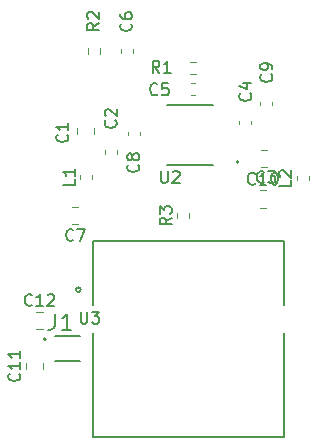
<source format=gto>
%TF.GenerationSoftware,KiCad,Pcbnew,(6.0.4-0)*%
%TF.CreationDate,2022-07-19T19:10:53-04:00*%
%TF.ProjectId,PhotodiodeTIAVoltageReg,50686f74-6f64-4696-9f64-65544941566f,v01*%
%TF.SameCoordinates,Original*%
%TF.FileFunction,Legend,Top*%
%TF.FilePolarity,Positive*%
%FSLAX46Y46*%
G04 Gerber Fmt 4.6, Leading zero omitted, Abs format (unit mm)*
G04 Created by KiCad (PCBNEW (6.0.4-0)) date 2022-07-19 19:10:53*
%MOMM*%
%LPD*%
G01*
G04 APERTURE LIST*
%ADD10C,0.150000*%
%ADD11C,0.127000*%
%ADD12C,0.152400*%
%ADD13C,0.200000*%
%ADD14C,0.120000*%
G04 APERTURE END LIST*
D10*
%TO.C,J1*%
X103673168Y-88683061D02*
X103673168Y-89683416D01*
X103606477Y-89883486D01*
X103473097Y-90016867D01*
X103273026Y-90083557D01*
X103139645Y-90083557D01*
X105073664Y-90083557D02*
X104273380Y-90083557D01*
X104673522Y-90083557D02*
X104673522Y-88683061D01*
X104540141Y-88883132D01*
X104406761Y-89016513D01*
X104273380Y-89083203D01*
%TO.C,U2*%
X112668095Y-76622380D02*
X112668095Y-77431904D01*
X112715714Y-77527142D01*
X112763333Y-77574761D01*
X112858571Y-77622380D01*
X113049047Y-77622380D01*
X113144285Y-77574761D01*
X113191904Y-77527142D01*
X113239523Y-77431904D01*
X113239523Y-76622380D01*
X113668095Y-76717619D02*
X113715714Y-76670000D01*
X113810952Y-76622380D01*
X114049047Y-76622380D01*
X114144285Y-76670000D01*
X114191904Y-76717619D01*
X114239523Y-76812857D01*
X114239523Y-76908095D01*
X114191904Y-77050952D01*
X113620476Y-77622380D01*
X114239523Y-77622380D01*
%TO.C,C1*%
X104720142Y-73537666D02*
X104767761Y-73585285D01*
X104815380Y-73728142D01*
X104815380Y-73823380D01*
X104767761Y-73966238D01*
X104672523Y-74061476D01*
X104577285Y-74109095D01*
X104386809Y-74156714D01*
X104243952Y-74156714D01*
X104053476Y-74109095D01*
X103958238Y-74061476D01*
X103863000Y-73966238D01*
X103815380Y-73823380D01*
X103815380Y-73728142D01*
X103863000Y-73585285D01*
X103910619Y-73537666D01*
X104815380Y-72585285D02*
X104815380Y-73156714D01*
X104815380Y-72871000D02*
X103815380Y-72871000D01*
X103958238Y-72966238D01*
X104053476Y-73061476D01*
X104101095Y-73156714D01*
%TO.C,C2*%
X108809142Y-72327666D02*
X108856761Y-72375285D01*
X108904380Y-72518142D01*
X108904380Y-72613380D01*
X108856761Y-72756238D01*
X108761523Y-72851476D01*
X108666285Y-72899095D01*
X108475809Y-72946714D01*
X108332952Y-72946714D01*
X108142476Y-72899095D01*
X108047238Y-72851476D01*
X107952000Y-72756238D01*
X107904380Y-72613380D01*
X107904380Y-72518142D01*
X107952000Y-72375285D01*
X107999619Y-72327666D01*
X107999619Y-71946714D02*
X107952000Y-71899095D01*
X107904380Y-71803857D01*
X107904380Y-71565761D01*
X107952000Y-71470523D01*
X107999619Y-71422904D01*
X108094857Y-71375285D01*
X108190095Y-71375285D01*
X108332952Y-71422904D01*
X108904380Y-71994333D01*
X108904380Y-71375285D01*
%TO.C,R1*%
X112524333Y-68288380D02*
X112191000Y-67812190D01*
X111952904Y-68288380D02*
X111952904Y-67288380D01*
X112333857Y-67288380D01*
X112429095Y-67336000D01*
X112476714Y-67383619D01*
X112524333Y-67478857D01*
X112524333Y-67621714D01*
X112476714Y-67716952D01*
X112429095Y-67764571D01*
X112333857Y-67812190D01*
X111952904Y-67812190D01*
X113476714Y-68288380D02*
X112905285Y-68288380D01*
X113191000Y-68288380D02*
X113191000Y-67288380D01*
X113095761Y-67431238D01*
X113000523Y-67526476D01*
X112905285Y-67574095D01*
%TO.C,R2*%
X107402380Y-64086666D02*
X106926190Y-64420000D01*
X107402380Y-64658095D02*
X106402380Y-64658095D01*
X106402380Y-64277142D01*
X106450000Y-64181904D01*
X106497619Y-64134285D01*
X106592857Y-64086666D01*
X106735714Y-64086666D01*
X106830952Y-64134285D01*
X106878571Y-64181904D01*
X106926190Y-64277142D01*
X106926190Y-64658095D01*
X106497619Y-63705714D02*
X106450000Y-63658095D01*
X106402380Y-63562857D01*
X106402380Y-63324761D01*
X106450000Y-63229523D01*
X106497619Y-63181904D01*
X106592857Y-63134285D01*
X106688095Y-63134285D01*
X106830952Y-63181904D01*
X107402380Y-63753333D01*
X107402380Y-63134285D01*
%TO.C,C4*%
X120217142Y-70046666D02*
X120264761Y-70094285D01*
X120312380Y-70237142D01*
X120312380Y-70332380D01*
X120264761Y-70475238D01*
X120169523Y-70570476D01*
X120074285Y-70618095D01*
X119883809Y-70665714D01*
X119740952Y-70665714D01*
X119550476Y-70618095D01*
X119455238Y-70570476D01*
X119360000Y-70475238D01*
X119312380Y-70332380D01*
X119312380Y-70237142D01*
X119360000Y-70094285D01*
X119407619Y-70046666D01*
X119645714Y-69189523D02*
X120312380Y-69189523D01*
X119264761Y-69427619D02*
X119979047Y-69665714D01*
X119979047Y-69046666D01*
%TO.C,C5*%
X112364333Y-70094142D02*
X112316714Y-70141761D01*
X112173857Y-70189380D01*
X112078619Y-70189380D01*
X111935761Y-70141761D01*
X111840523Y-70046523D01*
X111792904Y-69951285D01*
X111745285Y-69760809D01*
X111745285Y-69617952D01*
X111792904Y-69427476D01*
X111840523Y-69332238D01*
X111935761Y-69237000D01*
X112078619Y-69189380D01*
X112173857Y-69189380D01*
X112316714Y-69237000D01*
X112364333Y-69284619D01*
X113269095Y-69189380D02*
X112792904Y-69189380D01*
X112745285Y-69665571D01*
X112792904Y-69617952D01*
X112888142Y-69570333D01*
X113126238Y-69570333D01*
X113221476Y-69617952D01*
X113269095Y-69665571D01*
X113316714Y-69760809D01*
X113316714Y-69998904D01*
X113269095Y-70094142D01*
X113221476Y-70141761D01*
X113126238Y-70189380D01*
X112888142Y-70189380D01*
X112792904Y-70141761D01*
X112745285Y-70094142D01*
%TO.C,R3*%
X113562380Y-80546666D02*
X113086190Y-80880000D01*
X113562380Y-81118095D02*
X112562380Y-81118095D01*
X112562380Y-80737142D01*
X112610000Y-80641904D01*
X112657619Y-80594285D01*
X112752857Y-80546666D01*
X112895714Y-80546666D01*
X112990952Y-80594285D01*
X113038571Y-80641904D01*
X113086190Y-80737142D01*
X113086190Y-81118095D01*
X112562380Y-80213333D02*
X112562380Y-79594285D01*
X112943333Y-79927619D01*
X112943333Y-79784761D01*
X112990952Y-79689523D01*
X113038571Y-79641904D01*
X113133809Y-79594285D01*
X113371904Y-79594285D01*
X113467142Y-79641904D01*
X113514761Y-79689523D01*
X113562380Y-79784761D01*
X113562380Y-80070476D01*
X113514761Y-80165714D01*
X113467142Y-80213333D01*
%TO.C,C8*%
X110727142Y-76076666D02*
X110774761Y-76124285D01*
X110822380Y-76267142D01*
X110822380Y-76362380D01*
X110774761Y-76505238D01*
X110679523Y-76600476D01*
X110584285Y-76648095D01*
X110393809Y-76695714D01*
X110250952Y-76695714D01*
X110060476Y-76648095D01*
X109965238Y-76600476D01*
X109870000Y-76505238D01*
X109822380Y-76362380D01*
X109822380Y-76267142D01*
X109870000Y-76124285D01*
X109917619Y-76076666D01*
X110250952Y-75505238D02*
X110203333Y-75600476D01*
X110155714Y-75648095D01*
X110060476Y-75695714D01*
X110012857Y-75695714D01*
X109917619Y-75648095D01*
X109870000Y-75600476D01*
X109822380Y-75505238D01*
X109822380Y-75314761D01*
X109870000Y-75219523D01*
X109917619Y-75171904D01*
X110012857Y-75124285D01*
X110060476Y-75124285D01*
X110155714Y-75171904D01*
X110203333Y-75219523D01*
X110250952Y-75314761D01*
X110250952Y-75505238D01*
X110298571Y-75600476D01*
X110346190Y-75648095D01*
X110441428Y-75695714D01*
X110631904Y-75695714D01*
X110727142Y-75648095D01*
X110774761Y-75600476D01*
X110822380Y-75505238D01*
X110822380Y-75314761D01*
X110774761Y-75219523D01*
X110727142Y-75171904D01*
X110631904Y-75124285D01*
X110441428Y-75124285D01*
X110346190Y-75171904D01*
X110298571Y-75219523D01*
X110250952Y-75314761D01*
%TO.C,C9*%
X121997142Y-68436666D02*
X122044761Y-68484285D01*
X122092380Y-68627142D01*
X122092380Y-68722380D01*
X122044761Y-68865238D01*
X121949523Y-68960476D01*
X121854285Y-69008095D01*
X121663809Y-69055714D01*
X121520952Y-69055714D01*
X121330476Y-69008095D01*
X121235238Y-68960476D01*
X121140000Y-68865238D01*
X121092380Y-68722380D01*
X121092380Y-68627142D01*
X121140000Y-68484285D01*
X121187619Y-68436666D01*
X122092380Y-67960476D02*
X122092380Y-67770000D01*
X122044761Y-67674761D01*
X121997142Y-67627142D01*
X121854285Y-67531904D01*
X121663809Y-67484285D01*
X121282857Y-67484285D01*
X121187619Y-67531904D01*
X121140000Y-67579523D01*
X121092380Y-67674761D01*
X121092380Y-67865238D01*
X121140000Y-67960476D01*
X121187619Y-68008095D01*
X121282857Y-68055714D01*
X121520952Y-68055714D01*
X121616190Y-68008095D01*
X121663809Y-67960476D01*
X121711428Y-67865238D01*
X121711428Y-67674761D01*
X121663809Y-67579523D01*
X121616190Y-67531904D01*
X121520952Y-67484285D01*
%TO.C,L1*%
X105382380Y-77296666D02*
X105382380Y-77772857D01*
X104382380Y-77772857D01*
X105382380Y-76439523D02*
X105382380Y-77010952D01*
X105382380Y-76725238D02*
X104382380Y-76725238D01*
X104525238Y-76820476D01*
X104620476Y-76915714D01*
X104668095Y-77010952D01*
%TO.C,C6*%
X110105142Y-64132666D02*
X110152761Y-64180285D01*
X110200380Y-64323142D01*
X110200380Y-64418380D01*
X110152761Y-64561238D01*
X110057523Y-64656476D01*
X109962285Y-64704095D01*
X109771809Y-64751714D01*
X109628952Y-64751714D01*
X109438476Y-64704095D01*
X109343238Y-64656476D01*
X109248000Y-64561238D01*
X109200380Y-64418380D01*
X109200380Y-64323142D01*
X109248000Y-64180285D01*
X109295619Y-64132666D01*
X109200380Y-63275523D02*
X109200380Y-63466000D01*
X109248000Y-63561238D01*
X109295619Y-63608857D01*
X109438476Y-63704095D01*
X109628952Y-63751714D01*
X110009904Y-63751714D01*
X110105142Y-63704095D01*
X110152761Y-63656476D01*
X110200380Y-63561238D01*
X110200380Y-63370761D01*
X110152761Y-63275523D01*
X110105142Y-63227904D01*
X110009904Y-63180285D01*
X109771809Y-63180285D01*
X109676571Y-63227904D01*
X109628952Y-63275523D01*
X109581333Y-63370761D01*
X109581333Y-63561238D01*
X109628952Y-63656476D01*
X109676571Y-63704095D01*
X109771809Y-63751714D01*
%TO.C,C3*%
X121403333Y-77527142D02*
X121355714Y-77574761D01*
X121212857Y-77622380D01*
X121117619Y-77622380D01*
X120974761Y-77574761D01*
X120879523Y-77479523D01*
X120831904Y-77384285D01*
X120784285Y-77193809D01*
X120784285Y-77050952D01*
X120831904Y-76860476D01*
X120879523Y-76765238D01*
X120974761Y-76670000D01*
X121117619Y-76622380D01*
X121212857Y-76622380D01*
X121355714Y-76670000D01*
X121403333Y-76717619D01*
X121736666Y-76622380D02*
X122355714Y-76622380D01*
X122022380Y-77003333D01*
X122165238Y-77003333D01*
X122260476Y-77050952D01*
X122308095Y-77098571D01*
X122355714Y-77193809D01*
X122355714Y-77431904D01*
X122308095Y-77527142D01*
X122260476Y-77574761D01*
X122165238Y-77622380D01*
X121879523Y-77622380D01*
X121784285Y-77574761D01*
X121736666Y-77527142D01*
%TO.C,C10*%
X120647142Y-77667142D02*
X120599523Y-77714761D01*
X120456666Y-77762380D01*
X120361428Y-77762380D01*
X120218571Y-77714761D01*
X120123333Y-77619523D01*
X120075714Y-77524285D01*
X120028095Y-77333809D01*
X120028095Y-77190952D01*
X120075714Y-77000476D01*
X120123333Y-76905238D01*
X120218571Y-76810000D01*
X120361428Y-76762380D01*
X120456666Y-76762380D01*
X120599523Y-76810000D01*
X120647142Y-76857619D01*
X121599523Y-77762380D02*
X121028095Y-77762380D01*
X121313809Y-77762380D02*
X121313809Y-76762380D01*
X121218571Y-76905238D01*
X121123333Y-77000476D01*
X121028095Y-77048095D01*
X122218571Y-76762380D02*
X122313809Y-76762380D01*
X122409047Y-76810000D01*
X122456666Y-76857619D01*
X122504285Y-76952857D01*
X122551904Y-77143333D01*
X122551904Y-77381428D01*
X122504285Y-77571904D01*
X122456666Y-77667142D01*
X122409047Y-77714761D01*
X122313809Y-77762380D01*
X122218571Y-77762380D01*
X122123333Y-77714761D01*
X122075714Y-77667142D01*
X122028095Y-77571904D01*
X121980476Y-77381428D01*
X121980476Y-77143333D01*
X122028095Y-76952857D01*
X122075714Y-76857619D01*
X122123333Y-76810000D01*
X122218571Y-76762380D01*
%TO.C,L2*%
X123682380Y-77399166D02*
X123682380Y-77875357D01*
X122682380Y-77875357D01*
X122777619Y-77113452D02*
X122730000Y-77065833D01*
X122682380Y-76970595D01*
X122682380Y-76732500D01*
X122730000Y-76637261D01*
X122777619Y-76589642D01*
X122872857Y-76542023D01*
X122968095Y-76542023D01*
X123110952Y-76589642D01*
X123682380Y-77161071D01*
X123682380Y-76542023D01*
%TO.C,C7*%
X105243333Y-82427142D02*
X105195714Y-82474761D01*
X105052857Y-82522380D01*
X104957619Y-82522380D01*
X104814761Y-82474761D01*
X104719523Y-82379523D01*
X104671904Y-82284285D01*
X104624285Y-82093809D01*
X104624285Y-81950952D01*
X104671904Y-81760476D01*
X104719523Y-81665238D01*
X104814761Y-81570000D01*
X104957619Y-81522380D01*
X105052857Y-81522380D01*
X105195714Y-81570000D01*
X105243333Y-81617619D01*
X105576666Y-81522380D02*
X106243333Y-81522380D01*
X105814761Y-82522380D01*
%TO.C,U3*%
X105870616Y-88521214D02*
X105870616Y-89333090D01*
X105918373Y-89428605D01*
X105966131Y-89476363D01*
X106061645Y-89524120D01*
X106252675Y-89524120D01*
X106348190Y-89476363D01*
X106395947Y-89428605D01*
X106443705Y-89333090D01*
X106443705Y-88521214D01*
X106825764Y-88521214D02*
X107446611Y-88521214D01*
X107112309Y-88903274D01*
X107255581Y-88903274D01*
X107351096Y-88951031D01*
X107398853Y-88998788D01*
X107446611Y-89094303D01*
X107446611Y-89333090D01*
X107398853Y-89428605D01*
X107351096Y-89476363D01*
X107255581Y-89524120D01*
X106969037Y-89524120D01*
X106873522Y-89476363D01*
X106825764Y-89428605D01*
%TO.C,C12*%
X101744542Y-87932742D02*
X101696923Y-87980361D01*
X101554066Y-88027980D01*
X101458828Y-88027980D01*
X101315971Y-87980361D01*
X101220733Y-87885123D01*
X101173114Y-87789885D01*
X101125495Y-87599409D01*
X101125495Y-87456552D01*
X101173114Y-87266076D01*
X101220733Y-87170838D01*
X101315971Y-87075600D01*
X101458828Y-87027980D01*
X101554066Y-87027980D01*
X101696923Y-87075600D01*
X101744542Y-87123219D01*
X102696923Y-88027980D02*
X102125495Y-88027980D01*
X102411209Y-88027980D02*
X102411209Y-87027980D01*
X102315971Y-87170838D01*
X102220733Y-87266076D01*
X102125495Y-87313695D01*
X103077876Y-87123219D02*
X103125495Y-87075600D01*
X103220733Y-87027980D01*
X103458828Y-87027980D01*
X103554066Y-87075600D01*
X103601685Y-87123219D01*
X103649304Y-87218457D01*
X103649304Y-87313695D01*
X103601685Y-87456552D01*
X103030257Y-88027980D01*
X103649304Y-88027980D01*
%TO.C,C11*%
X100658142Y-93759257D02*
X100705761Y-93806876D01*
X100753380Y-93949733D01*
X100753380Y-94044971D01*
X100705761Y-94187828D01*
X100610523Y-94283066D01*
X100515285Y-94330685D01*
X100324809Y-94378304D01*
X100181952Y-94378304D01*
X99991476Y-94330685D01*
X99896238Y-94283066D01*
X99801000Y-94187828D01*
X99753380Y-94044971D01*
X99753380Y-93949733D01*
X99801000Y-93806876D01*
X99848619Y-93759257D01*
X100753380Y-92806876D02*
X100753380Y-93378304D01*
X100753380Y-93092590D02*
X99753380Y-93092590D01*
X99896238Y-93187828D01*
X99991476Y-93283066D01*
X100039095Y-93378304D01*
X100753380Y-91854495D02*
X100753380Y-92425923D01*
X100753380Y-92140209D02*
X99753380Y-92140209D01*
X99896238Y-92235447D01*
X99991476Y-92330685D01*
X100039095Y-92425923D01*
D11*
%TO.C,J1*%
X123060000Y-99055000D02*
X123060000Y-90305000D01*
X123060000Y-99095000D02*
X106940000Y-99095000D01*
X123060000Y-87930000D02*
X123060000Y-82555000D01*
X106940000Y-82515000D02*
X123060000Y-82515000D01*
X106940000Y-82555000D02*
X106940000Y-87930000D01*
X106940000Y-90305000D02*
X106940000Y-99055000D01*
D12*
X105870000Y-86655000D02*
G75*
G03*
X105870000Y-86655000I-200000J0D01*
G01*
D11*
%TO.C,U2*%
X117050000Y-76065000D02*
X113150000Y-76065000D01*
X117050000Y-71015000D02*
X113150000Y-71015000D01*
D13*
X119240000Y-75845000D02*
G75*
G03*
X119240000Y-75845000I-100000J0D01*
G01*
D14*
%TO.C,C1*%
X105555000Y-73501252D02*
X105555000Y-72978748D01*
X107025000Y-73501252D02*
X107025000Y-72978748D01*
%TO.C,C2*%
X109840000Y-73550580D02*
X109840000Y-73269420D01*
X110860000Y-73550580D02*
X110860000Y-73269420D01*
%TO.C,R1*%
X115142742Y-68402500D02*
X115617258Y-68402500D01*
X115142742Y-67357500D02*
X115617258Y-67357500D01*
%TO.C,R2*%
X106467500Y-66232742D02*
X106467500Y-66707258D01*
X107512500Y-66232742D02*
X107512500Y-66707258D01*
%TO.C,C4*%
X120280000Y-72379420D02*
X120280000Y-72660580D01*
X119260000Y-72379420D02*
X119260000Y-72660580D01*
%TO.C,C5*%
X115520580Y-70140000D02*
X115239420Y-70140000D01*
X115520580Y-69120000D02*
X115239420Y-69120000D01*
%TO.C,R3*%
X115062500Y-80617258D02*
X115062500Y-80142742D01*
X114017500Y-80617258D02*
X114017500Y-80142742D01*
%TO.C,C8*%
X107930000Y-74859420D02*
X107930000Y-75140580D01*
X108950000Y-74859420D02*
X108950000Y-75140580D01*
%TO.C,C9*%
X122080000Y-71030580D02*
X122080000Y-70749420D01*
X121060000Y-71030580D02*
X121060000Y-70749420D01*
%TO.C,L1*%
X105850000Y-77292779D02*
X105850000Y-76967221D01*
X106870000Y-77292779D02*
X106870000Y-76967221D01*
%TO.C,C6*%
X109280000Y-66309420D02*
X109280000Y-66590580D01*
X110300000Y-66309420D02*
X110300000Y-66590580D01*
%TO.C,C3*%
X121118748Y-74825000D02*
X121641252Y-74825000D01*
X121118748Y-76295000D02*
X121641252Y-76295000D01*
%TO.C,C10*%
X121028748Y-78255000D02*
X121551252Y-78255000D01*
X121028748Y-79725000D02*
X121551252Y-79725000D01*
%TO.C,L2*%
X124150000Y-77395279D02*
X124150000Y-77069721D01*
X125170000Y-77395279D02*
X125170000Y-77069721D01*
%TO.C,C7*%
X105671252Y-79655000D02*
X105148748Y-79655000D01*
X105671252Y-81125000D02*
X105148748Y-81125000D01*
D11*
%TO.C,U3*%
X103674200Y-90567800D02*
X105774200Y-90567800D01*
X105774200Y-92667800D02*
X103674200Y-92667800D01*
D13*
X102924200Y-90867800D02*
G75*
G03*
X102924200Y-90867800I-100000J0D01*
G01*
D14*
%TO.C,C12*%
X102126148Y-89990600D02*
X102648652Y-89990600D01*
X102126148Y-88520600D02*
X102648652Y-88520600D01*
%TO.C,C11*%
X102716000Y-93377652D02*
X102716000Y-92855148D01*
X101246000Y-93377652D02*
X101246000Y-92855148D01*
%TD*%
M02*

</source>
